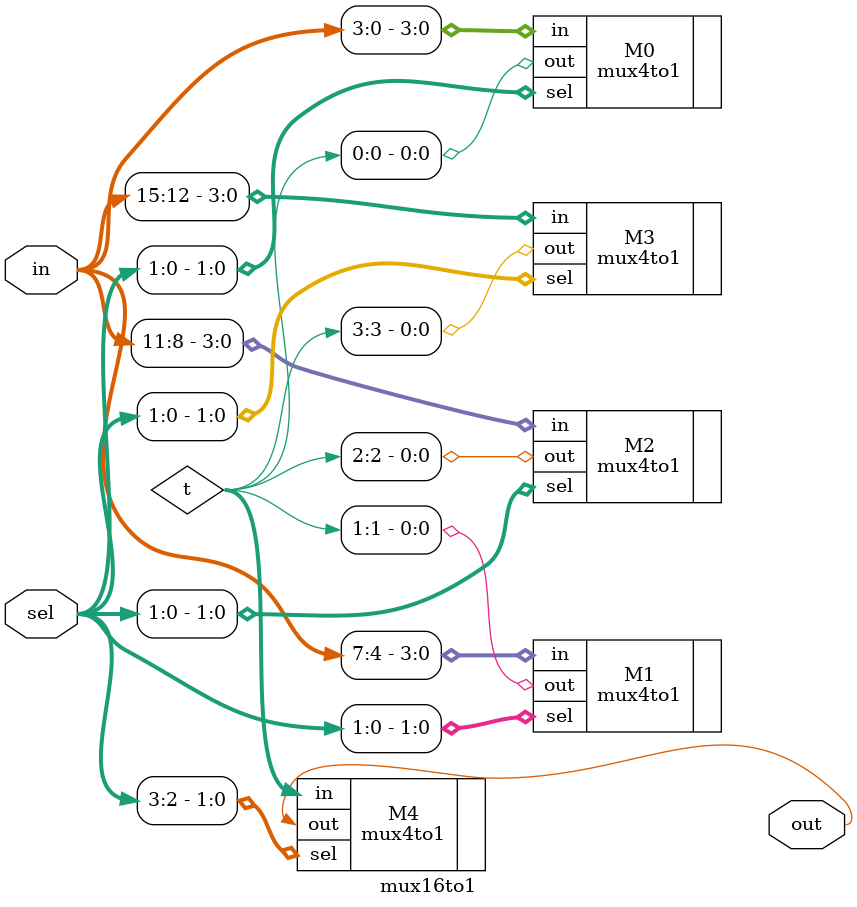
<source format=v>
module mux16to1 (out, sel, in);
	
	input [15:0] in;
	input [3:0] sel;
	output out;
	wire [3:0] t;
	
	mux4to1 M0 (.out(t[0]), .sel(sel[1:0]), .in(in[3:0]));
	mux4to1 M1 (.out(t[1]), .sel(sel[1:0]), .in(in[7:4]));
	mux4to1 M2 (.out(t[2]), .sel(sel[1:0]), .in(in[11:8]));
	mux4to1 M3 (.out(t[3]), .sel(sel[1:0]), .in(in[15:12]));
	mux4to1 M4 (.out(out), .sel(sel[3:2]), .in(t));
endmodule
</source>
